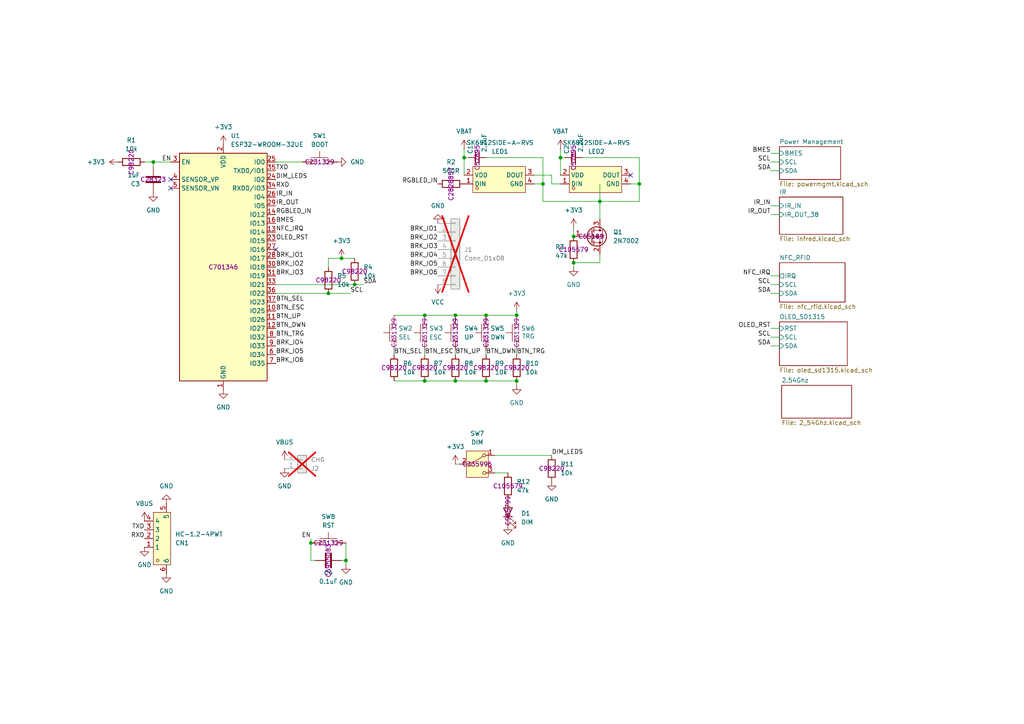
<source format=kicad_sch>
(kicad_sch (version 20250114) (generator "eeschema") (generator_version "9.0")
  (paper "A4")
  (lib_symbols
    (symbol "Connector_Generic:Conn_01x02" (pin_names (offset 1.016) (hide yes))
      (property "Reference" "J" (at 0 2.54 0))
      (property "Value" "Conn_01x02" (at 0 -5.08 0))
      (symbol "Conn_01x02_1_1"
        (rectangle (start -1.27 1.27) (end 1.27 -3.81) (stroke (width 0.254)) (fill (type background)))
        (rectangle (start -1.27 0.127) (end 0 -0.127) (stroke (width 0.1524)))
        (rectangle (start -1.27 -2.413) (end 0 -2.667) (stroke (width 0.1524)))
        (pin passive line (at -5.08 0 0) (length 3.81) (name "Pin_1") (number "1"))
        (pin passive line (at -5.08 -2.54 0) (length 3.81) (name "Pin_2") (number "2"))
      )
    )
    (symbol "Connector_Generic:Conn_01x08" (pin_names (offset 1.016) (hide yes))
      (property "Reference" "J" (at 0 10.16 0))
      (property "Value" "Conn_01x08" (at 0 -12.7 0))
      (symbol "Conn_01x08_1_1"
        (rectangle (start -1.27 8.89) (end 1.27 -11.43) (stroke (width 0.254)) (fill (type background)))
        (rectangle (start -1.27 7.747) (end 0 7.493) (stroke (width 0.1524)))
        (rectangle (start -1.27 5.207) (end 0 4.953) (stroke (width 0.1524)))
        (rectangle (start -1.27 2.667) (end 0 2.413) (stroke (width 0.1524)))
        (rectangle (start -1.27 0.127) (end 0 -0.127) (stroke (width 0.1524)))
        (rectangle (start -1.27 -2.413) (end 0 -2.667) (stroke (width 0.1524)))
        (rectangle (start -1.27 -4.953) (end 0 -5.207) (stroke (width 0.1524)))
        (rectangle (start -1.27 -7.493) (end 0 -7.747) (stroke (width 0.1524)))
        (rectangle (start -1.27 -10.033) (end 0 -10.287) (stroke (width 0.1524)))
        (pin passive line (at -5.08 7.62 0) (length 3.81) (name "Pin_1") (number "1"))
        (pin passive line (at -5.08 5.08 0) (length 3.81) (name "Pin_2") (number "2"))
        (pin passive line (at -5.08 2.54 0) (length 3.81) (name "Pin_3") (number "3"))
        (pin passive line (at -5.08 0 0) (length 3.81) (name "Pin_4") (number "4"))
        (pin passive line (at -5.08 -2.54 0) (length 3.81) (name "Pin_5") (number "5"))
        (pin passive line (at -5.08 -5.08 0) (length 3.81) (name "Pin_6") (number "6"))
        (pin passive line (at -5.08 -7.62 0) (length 3.81) (name "Pin_7") (number "7"))
        (pin passive line (at -5.08 -10.16 0) (length 3.81) (name "Pin_8") (number "8"))
      )
    )
    (symbol "Device:C" (pin_numbers (hide yes)) (pin_names (offset 0.254))
      (property "Reference" "C" (at 0.635 2.54 0))
      (property "Value" "C" (at 0.635 -2.54 0))
      (symbol "C_0_1"
        (polyline (pts (xy -2.032 0.762) (xy 2.032 0.762)) (stroke (width 0.508)))
        (polyline (pts (xy -2.032 -0.762) (xy 2.032 -0.762)) (stroke (width 0.508)))
      )
      (symbol "C_1_1"
        (pin passive line (at 0 3.81 270) (length 2.794) (name "~") (number "1"))
        (pin passive line (at 0 -3.81 90) (length 2.794) (name "~") (number "2"))
      )
    )
    (symbol "Device:C_Small" (pin_numbers (hide yes)) (pin_names (offset 0.254) (hide yes))
      (property "Reference" "C" (at 0.254 1.778 0))
      (property "Value" "C_Small" (at 0.254 -2.032 0))
      (symbol "C_Small_0_1"
        (polyline (pts (xy -1.524 0.508) (xy 1.524 0.508)) (stroke (width 0.3048)))
        (polyline (pts (xy -1.524 -0.508) (xy 1.524 -0.508)) (stroke (width 0.3302)))
      )
      (symbol "C_Small_1_1"
        (pin passive line (at 0 2.54 270) (length 2.032) (name "~") (number "1"))
        (pin passive line (at 0 -2.54 90) (length 2.032) (name "~") (number "2"))
      )
    )
    (symbol "Device:LED" (pin_numbers (hide yes)) (pin_names (offset 1.016) (hide yes))
      (property "Reference" "D" (at 0 2.54 0))
      (property "Value" "LED" (at 0 -2.54 0))
      (symbol "LED_0_1"
        (polyline (pts (xy -3.048 -0.762) (xy -4.572 -2.286) (xy -3.81 -2.286) (xy -4.572 -2.286) (xy -4.572 -1.524)))
        (polyline (pts (xy -1.778 -0.762) (xy -3.302 -2.286) (xy -2.54 -2.286) (xy -3.302 -2.286) (xy -3.302 -1.524)))
        (polyline (pts (xy -1.27 0) (xy 1.27 0)))
        (polyline (pts (xy -1.27 -1.27) (xy -1.27 1.27)) (stroke (width 0.254)))
        (polyline (pts (xy 1.27 -1.27) (xy 1.27 1.27) (xy -1.27 0) (xy 1.27 -1.27)) (stroke (width 0.254)))
      )
      (symbol "LED_1_1"
        (pin passive line (at -3.81 0 0) (length 2.54) (name "K") (number "1"))
        (pin passive line (at 3.81 0 180) (length 2.54) (name "A") (number "2"))
      )
    )
    (symbol "Device:R" (pin_numbers (hide yes)) (pin_names (offset 0))
      (property "Reference" "R" (at 2.032 0 90))
      (property "Value" "R" (at 0 0 90))
      (symbol "R_0_1"
        (rectangle (start -1.016 -2.54) (end 1.016 2.54) (stroke (width 0.254)))
      )
      (symbol "R_1_1"
        (pin passive line (at 0 3.81 270) (length 1.27) (name "~") (number "1"))
        (pin passive line (at 0 -3.81 90) (length 1.27) (name "~") (number "2"))
      )
    )
    (symbol "LCSC:HC-1.2-4PWT"
      (property "Reference" "CN" (at 0 15.24 0))
      (property "Value" "HC-1.2-4PWT" (at 0 -15.24 0))
      (symbol "HC-1.2-4PWT_0_1"
        (rectangle (start -1.27 7.62) (end 3.81 -7.62) (fill (type background)))
        (circle (center 0 6.35) (radius 0.38))
        (pin unspecified line (at -3.81 2.54 0) (length 2.54) (name "1") (number "1"))
        (pin unspecified line (at -3.81 0 0) (length 2.54) (name "2") (number "2"))
        (pin unspecified line (at -3.81 -2.54 0) (length 2.54) (name "3") (number "3"))
        (pin unspecified line (at -3.81 -5.08 0) (length 2.54) (name "4") (number "4"))
        (pin unspecified line (at 2.54 10.16 270) (length 2.54) (name "6") (number "6"))
        (pin unspecified line (at 2.54 -10.16 90) (length 2.54) (name "5") (number "5"))
      )
    )
    (symbol "LCSC:SK6812SIDE-A-RVS"
      (property "Reference" "LED" (at 0 6.35 0))
      (property "Value" "SK6812SIDE-A-RVS" (at 0 -6.35 0))
      (symbol "SK6812SIDE-A-RVS_0_1"
        (rectangle (start -7.62 3.81) (end 7.62 -3.81) (fill (type background)))
        (circle (center -6.35 2.54) (radius 0.38))
        (pin unspecified line (at -10.16 1.27 0) (length 2.54) (name "DIN") (number "1"))
        (pin unspecified line (at -10.16 -1.27 0) (length 2.54) (name "VDD") (number "2"))
        (pin unspecified line (at 10.16 1.27 180) (length 2.54) (name "GND") (number "4"))
        (pin unspecified line (at 10.16 -1.27 180) (length 2.54) (name "DOUT") (number "3"))
      )
    )
    (symbol "RF_Module:ESP32-WROOM-32UE"
      (property "Reference" "U" (at -12.7 34.29 0))
      (property "Value" "ESP32-WROOM-32UE" (at 1.27 34.29 0))
      (symbol "ESP32-WROOM-32UE_0_1"
        (rectangle (start -12.7 33.02) (end 12.7 -33.02) (stroke (width 0.254)) (fill (type background)))
      )
      (symbol "ESP32-WROOM-32UE_1_1"
        (pin input line (at -15.24 30.48 0) (length 2.54) (name "EN") (number "3"))
        (pin input line (at -15.24 25.4 0) (length 2.54) (name "SENSOR_VP") (number "4"))
        (pin input line (at -15.24 22.86 0) (length 2.54) (name "SENSOR_VN") (number "5"))
        (pin no_connect line (at -12.7 0 0) (length 2.54) (hide yes) (name "NC") (number "21"))
        (pin no_connect line (at -12.7 -2.54 0) (length 2.54) (hide yes) (name "NC") (number "22"))
        (pin no_connect line (at -12.7 -5.08 0) (length 2.54) (hide yes) (name "NC") (number "17"))
        (pin no_connect line (at -12.7 -7.62 0) (length 2.54) (hide yes) (name "NC") (number "18"))
        (pin no_connect line (at -12.7 -10.16 0) (length 2.54) (hide yes) (name "NC") (number "20"))
        (pin no_connect line (at -12.7 -12.7 0) (length 2.54) (hide yes) (name "NC") (number "19"))
        (pin no_connect line (at -12.7 -27.94 0) (length 2.54) (hide yes) (name "NC") (number "32"))
        (pin power_in line (at 0 35.56 270) (length 2.54) (name "VDD") (number "2"))
        (pin power_in line (at 0 -35.56 90) (length 2.54) (name "GND") (number "1"))
        (pin passive line (at 0 -35.56 90) (length 2.54) (hide yes) (name "GND") (number "15"))
        (pin passive line (at 0 -35.56 90) (length 2.54) (hide yes) (name "GND") (number "38"))
        (pin passive line (at 0 -35.56 90) (length 2.54) (hide yes) (name "GND") (number "39"))
        (pin bidirectional line (at 15.24 30.48 180) (length 2.54) (name "IO0") (number "25"))
        (pin bidirectional line (at 15.24 27.94 180) (length 2.54) (name "TXD0/IO1") (number "35"))
        (pin bidirectional line (at 15.24 25.4 180) (length 2.54) (name "IO2") (number "24"))
        (pin bidirectional line (at 15.24 22.86 180) (length 2.54) (name "RXD0/IO3") (number "34"))
        (pin bidirectional line (at 15.24 20.32 180) (length 2.54) (name "IO4") (number "26"))
        (pin bidirectional line (at 15.24 17.78 180) (length 2.54) (name "IO5") (number "29"))
        (pin bidirectional line (at 15.24 15.24 180) (length 2.54) (name "IO12") (number "14"))
        (pin bidirectional line (at 15.24 12.7 180) (length 2.54) (name "IO13") (number "16"))
        (pin bidirectional line (at 15.24 10.16 180) (length 2.54) (name "IO14") (number "13"))
        (pin bidirectional line (at 15.24 7.62 180) (length 2.54) (name "IO15") (number "23"))
        (pin bidirectional line (at 15.24 5.08 180) (length 2.54) (name "IO16") (number "27"))
        (pin bidirectional line (at 15.24 2.54 180) (length 2.54) (name "IO17") (number "28"))
        (pin bidirectional line (at 15.24 0 180) (length 2.54) (name "IO18") (number "30"))
        (pin bidirectional line (at 15.24 -2.54 180) (length 2.54) (name "IO19") (number "31"))
        (pin bidirectional line (at 15.24 -5.08 180) (length 2.54) (name "IO21") (number "33"))
        (pin bidirectional line (at 15.24 -7.62 180) (length 2.54) (name "IO22") (number "36"))
        (pin bidirectional line (at 15.24 -10.16 180) (length 2.54) (name "IO23") (number "37"))
        (pin bidirectional line (at 15.24 -12.7 180) (length 2.54) (name "IO25") (number "10"))
        (pin bidirectional line (at 15.24 -15.24 180) (length 2.54) (name "IO26") (number "11"))
        (pin bidirectional line (at 15.24 -17.78 180) (length 2.54) (name "IO27") (number "12"))
        (pin bidirectional line (at 15.24 -20.32 180) (length 2.54) (name "IO32") (number "8"))
        (pin bidirectional line (at 15.24 -22.86 180) (length 2.54) (name "IO33") (number "9"))
        (pin input line (at 15.24 -25.4 180) (length 2.54) (name "IO34") (number "6"))
        (pin input line (at 15.24 -27.94 180) (length 2.54) (name "IO35") (number "7"))
      )
    )
    (symbol "Switch:SW_Push" (pin_numbers (hide yes)) (pin_names (offset 1.016) (hide yes))
      (property "Reference" "SW" (at 1.27 2.54 0))
      (property "Value" "SW_Push" (at 0 -1.524 0))
      (symbol "SW_Push_0_1"
        (circle (center -2.032 0) (radius 0.508))
        (polyline (pts (xy 0 1.27) (xy 0 3.048)))
        (circle (center 2.032 0) (radius 0.508))
        (polyline (pts (xy 2.54 1.27) (xy -2.54 1.27)))
        (pin passive line (at -5.08 0 0) (length 2.54) (name "1") (number "1"))
        (pin passive line (at 5.08 0 180) (length 2.54) (name "2") (number "2"))
      )
    )
    (symbol "Switch:SW_SPDT" (pin_names (offset 0) (hide yes))
      (property "Reference" "SW" (at 0 5.08 0))
      (property "Value" "SW_SPDT" (at 0 -5.08 0))
      (symbol "SW_SPDT_0_1"
        (circle (center -2.032 0) (radius 0.4572))
        (polyline (pts (xy -1.651 0.254) (xy 1.651 2.286)))
        (circle (center 2.032 2.54) (radius 0.4572))
        (circle (center 2.032 -2.54) (radius 0.4572))
      )
      (symbol "SW_SPDT_1_1"
        (rectangle (start -3.175 3.81) (end 3.175 -3.81) (fill (type background)))
        (pin passive line (at -5.08 0 0) (length 2.54) (name "B") (number "2"))
        (pin passive line (at 5.08 2.54 180) (length 2.54) (name "A") (number "1"))
        (pin passive line (at 5.08 -2.54 180) (length 2.54) (name "C") (number "3"))
      )
    )
    (symbol "Transistor_FET:2N7002" (pin_names (hide yes))
      (property "Reference" "Q" (at 5.08 1.905 0))
      (property "Value" "2N7002" (at 5.08 0 0))
      (symbol "2N7002_0_1"
        (polyline (pts (xy 0.254 1.905) (xy 0.254 -1.905)) (stroke (width 0.254)))
        (polyline (pts (xy 0.254 0) (xy -2.54 0)))
        (polyline (pts (xy 0.762 2.286) (xy 0.762 1.27)) (stroke (width 0.254)))
        (polyline (pts (xy 0.762 0.508) (xy 0.762 -0.508)) (stroke (width 0.254)))
        (polyline (pts (xy 0.762 -1.27) (xy 0.762 -2.286)) (stroke (width 0.254)))
        (polyline (pts (xy 0.762 -1.778) (xy 3.302 -1.778) (xy 3.302 1.778) (xy 0.762 1.778)))
        (polyline (pts (xy 1.016 0) (xy 2.032 0.381) (xy 2.032 -0.381) (xy 1.016 0)) (fill (type outline)))
        (circle (center 1.651 0) (radius 2.794) (stroke (width 0.254)))
        (polyline (pts (xy 2.54 2.54) (xy 2.54 1.778)))
        (circle (center 2.54 1.778) (radius 0.254) (fill (type outline)))
        (circle (center 2.54 -1.778) (radius 0.254) (fill (type outline)))
        (polyline (pts (xy 2.54 -2.54) (xy 2.54 0) (xy 0.762 0)))
        (polyline (pts (xy 2.794 0.508) (xy 2.921 0.381) (xy 3.683 0.381) (xy 3.81 0.254)))
        (polyline (pts (xy 3.302 0.381) (xy 2.921 -0.254) (xy 3.683 -0.254) (xy 3.302 0.381)))
      )
      (symbol "2N7002_1_1"
        (pin input line (at -5.08 0 0) (length 2.54) (name "G") (number "1"))
        (pin passive line (at 2.54 5.08 270) (length 2.54) (name "D") (number "3"))
        (pin passive line (at 2.54 -5.08 90) (length 2.54) (name "S") (number "2"))
      )
    )
    (symbol "power:+3V3" (power) (pin_numbers (hide yes)) (pin_names (offset 0) (hide yes))
      (property "Value" "+3V3" (at 0 3.556 0))
      (symbol "+3V3_0_1"
        (polyline (pts (xy -0.762 1.27) (xy 0 2.54)))
        (polyline (pts (xy 0 2.54) (xy 0.762 1.27)))
        (polyline (pts (xy 0 0) (xy 0 2.54)))
      )
      (symbol "+3V3_1_1"
        (pin power_in line (at 0 0 90) (length 0) (name "~") (number "1"))
      )
    )
    (symbol "power:GND" (power) (pin_numbers (hide yes)) (pin_names (offset 0) (hide yes))
      (property "Value" "GND" (at 0 -3.81 0))
      (symbol "GND_0_1"
        (polyline (pts (xy 0 0) (xy 0 -1.27) (xy 1.27 -1.27) (xy 0 -2.54) (xy -1.27 -1.27) (xy 0 -1.27)))
      )
      (symbol "GND_1_1"
        (pin power_in line (at 0 0 270) (length 0) (name "~") (number "1"))
      )
    )
    (symbol "power:VCC" (power) (pin_numbers (hide yes)) (pin_names (offset 0) (hide yes))
      (property "Value" "VCC" (at 0 3.556 0))
      (symbol "VCC_0_1"
        (polyline (pts (xy -0.762 1.27) (xy 0 2.54)))
        (polyline (pts (xy 0 2.54) (xy 0.762 1.27)))
        (polyline (pts (xy 0 0) (xy 0 2.54)))
      )
      (symbol "VCC_1_1"
        (pin power_in line (at 0 0 90) (length 0) (name "~") (number "1"))
      )
    )
  )
  (junction (at 166.37 76.2))
  (junction (at 140.97 110.49))
  (junction (at 100.33 162.56))
  (junction (at 162.56 45.72))
  (junction (at 123.19 110.49))
  (junction (at 132.08 91.44))
  (junction (at 99.06 74.93))
  (junction (at 173.99 58.42))
  (junction (at 185.42 53.34))
  (junction (at 149.86 110.49))
  (junction (at 140.97 91.44))
  (junction (at 166.37 68.58))
  (junction (at 90.17 157.48))
  (junction (at 123.19 91.44))
  (junction (at 157.48 53.34))
  (junction (at 132.08 110.49))
  (junction (at 44.45 46.99))
  (junction (at 134.62 45.72))
  (junction (at 102.87 82.55))
  (junction (at 95.25 85.09))
  (junction (at 149.86 91.44))
  (no_connect (at 49.53 52.07))
  (no_connect (at 182.88 50.8))
  (no_connect (at 49.53 54.61))
  (no_connect (at 80.01 72.39))
  (wire (pts (xy 132.08 91.44) (xy 140.97 91.44)))
  (wire (pts (xy 134.62 43.18) (xy 134.62 45.72)))
  (wire (pts (xy 223.52 46.99) (xy 226.06 46.99)))
  (wire (pts (xy 168.91 45.72) (xy 185.42 45.72)))
  (wire (pts (xy 185.42 53.34) (xy 182.88 53.34)))
  (wire (pts (xy 95.25 74.93) (xy 99.06 74.93)))
  (wire (pts (xy 173.99 58.42) (xy 173.99 63.5)))
  (wire (pts (xy 154.94 50.8) (xy 160.02 50.8)))
  (wire (pts (xy 223.52 82.55) (xy 226.06 82.55)))
  (wire (pts (xy 44.45 46.99) (xy 49.53 46.99)))
  (wire (pts (xy 99.06 162.56) (xy 100.33 162.56)))
  (wire (pts (xy 173.99 58.42) (xy 185.42 58.42)))
  (wire (pts (xy 223.52 49.53) (xy 226.06 49.53)))
  (wire (pts (xy 223.52 80.01) (xy 226.06 80.01)))
  (wire (pts (xy 160.02 53.34) (xy 162.56 53.34)))
  (wire (pts (xy 154.94 53.34) (xy 157.48 53.34)))
  (wire (pts (xy 135.89 45.72) (xy 134.62 45.72)))
  (wire (pts (xy 223.52 44.45) (xy 226.06 44.45)))
  (wire (pts (xy 166.37 76.2) (xy 173.99 76.2)))
  (wire (pts (xy 90.17 162.56) (xy 91.44 162.56)))
  (wire (pts (xy 114.3 110.49) (xy 123.19 110.49)))
  (wire (pts (xy 140.97 45.72) (xy 157.48 45.72)))
  (wire (pts (xy 140.97 110.49) (xy 149.86 110.49)))
  (wire (pts (xy 185.42 45.72) (xy 185.42 53.34)))
  (wire (pts (xy 166.37 77.47) (xy 166.37 76.2)))
  (wire (pts (xy 102.87 82.55) (xy 105.41 82.55)))
  (wire (pts (xy 114.3 91.44) (xy 123.19 91.44)))
  (wire (pts (xy 223.52 62.23) (xy 226.06 62.23)))
  (wire (pts (xy 114.3 101.6) (xy 114.3 102.87)))
  (wire (pts (xy 100.33 162.56) (xy 100.33 163.83)))
  (wire (pts (xy 185.42 58.42) (xy 185.42 53.34)))
  (wire (pts (xy 143.51 132.08) (xy 160.02 132.08)))
  (wire (pts (xy 132.08 134.62) (xy 133.35 134.62)))
  (wire (pts (xy 157.48 45.72) (xy 157.48 53.34)))
  (wire (pts (xy 123.19 91.44) (xy 132.08 91.44)))
  (wire (pts (xy 143.51 137.16) (xy 147.32 137.16)))
  (wire (pts (xy 123.19 110.49) (xy 132.08 110.49)))
  (wire (pts (xy 90.17 157.48) (xy 90.17 162.56)))
  (wire (pts (xy 95.25 77.47) (xy 95.25 74.93)))
  (wire (pts (xy 80.01 46.99) (xy 87.63 46.99)))
  (wire (pts (xy 149.86 101.6) (xy 149.86 102.87)))
  (wire (pts (xy 80.01 85.09) (xy 95.25 85.09)))
  (wire (pts (xy 160.02 50.8) (xy 160.02 53.34)))
  (wire (pts (xy 166.37 66.04) (xy 166.37 68.58)))
  (wire (pts (xy 44.45 48.26) (xy 44.45 46.99)))
  (wire (pts (xy 162.56 45.72) (xy 162.56 50.8)))
  (wire (pts (xy 223.52 97.79) (xy 226.06 97.79)))
  (wire (pts (xy 223.52 100.33) (xy 226.06 100.33)))
  (wire (pts (xy 134.62 45.72) (xy 134.62 50.8)))
  (wire (pts (xy 162.56 43.18) (xy 162.56 45.72)))
  (wire (pts (xy 100.33 162.56) (xy 100.33 157.48)))
  (wire (pts (xy 173.99 53.34) (xy 173.99 58.42)))
  (wire (pts (xy 223.52 95.25) (xy 226.06 95.25)))
  (wire (pts (xy 149.86 110.49) (xy 149.86 111.76)))
  (wire (pts (xy 149.86 90.17) (xy 149.86 91.44)))
  (wire (pts (xy 95.25 85.09) (xy 101.6 85.09)))
  (wire (pts (xy 223.52 85.09) (xy 226.06 85.09)))
  (wire (pts (xy 157.48 58.42) (xy 173.99 58.42)))
  (wire (pts (xy 99.06 74.93) (xy 102.87 74.93)))
  (wire (pts (xy 123.19 101.6) (xy 123.19 102.87)))
  (wire (pts (xy 132.08 101.6) (xy 132.08 102.87)))
  (wire (pts (xy 223.52 59.69) (xy 226.06 59.69)))
  (wire (pts (xy 90.17 156.21) (xy 90.17 157.48)))
  (wire (pts (xy 140.97 101.6) (xy 140.97 102.87)))
  (wire (pts (xy 157.48 53.34) (xy 157.48 58.42)))
  (wire (pts (xy 80.01 82.55) (xy 102.87 82.55)))
  (wire (pts (xy 132.08 110.49) (xy 140.97 110.49)))
  (wire (pts (xy 140.97 91.44) (xy 149.86 91.44)))
  (wire (pts (xy 162.56 45.72) (xy 163.83 45.72)))
  (wire (pts (xy 173.99 76.2) (xy 173.99 73.66)))
  (wire (pts (xy 41.91 46.99) (xy 44.45 46.99)))
  (label "DIM_LEDS" (at 80.01 52.07 0))
  (label "BRK_IO1" (at 127 67.31 180))
  (label "BMES" (at 80.01 64.77 0))
  (label "SDA" (at 223.52 49.53 180))
  (label "IR_OUT" (at 223.52 62.23 180))
  (label "SDA" (at 223.52 85.09 180))
  (label "BTN_DWN" (at 80.01 95.25 0))
  (label "BTN_ESC" (at 80.01 90.17 0))
  (label "BRK_IO1" (at 80.01 74.93 0))
  (label "RXD" (at 41.91 156.21 180))
  (label "BMES" (at 223.52 44.45 180))
  (label "BRK_IO3" (at 80.01 80.01 0))
  (label "EN" (at 90.17 156.21 180))
  (label "NFC_IRQ" (at 80.01 67.31 0))
  (label "BRK_IO5" (at 80.01 102.87 0))
  (label "BTN_TRG" (at 80.01 97.79 0))
  (label "BTN_DWN" (at 140.97 102.87 0))
  (label "SCL" (at 223.52 82.55 180))
  (label "TXD" (at 41.91 153.67 180))
  (label "BTN_UP" (at 80.01 92.71 0))
  (label "BTN_SEL" (at 114.3 102.87 0))
  (label "RGBLED_IN" (at 80.01 62.23 0))
  (label "BRK_IO2" (at 80.01 77.47 0))
  (label "OLED_RST" (at 223.52 95.25 180))
  (label "SCL" (at 101.6 85.09 0))
  (label "RXD" (at 80.01 54.61 0))
  (label "IR_IN" (at 80.01 57.15 0))
  (label "BTN_TRG" (at 149.86 102.87 0))
  (label "IR_IN" (at 223.52 59.69 180))
  (label "SCL" (at 223.52 46.99 180))
  (label "DIM_LEDS" (at 160.02 132.08 0))
  (label "IR_OUT" (at 80.01 59.69 0))
  (label "EN" (at 46.99 46.99 0))
  (label "OLED_RST" (at 80.01 69.85 0))
  (label "BRK_IO2" (at 127 69.85 180))
  (label "BRK_IO6" (at 127 80.01 180))
  (label "SDA" (at 223.52 100.33 180))
  (label "RGBLED_IN" (at 127 53.34 180))
  (label "SCL" (at 223.52 97.79 180))
  (label "BTN_UP" (at 132.08 102.87 0))
  (label "BRK_IO5" (at 127 77.47 180))
  (label "BTN_SEL" (at 80.01 87.63 0))
  (label "BRK_IO4" (at 80.01 100.33 0))
  (label "BRK_IO4" (at 127 74.93 180))
  (label "BRK_IO6" (at 80.01 105.41 0))
  (label "BRK_IO3" (at 127 72.39 180))
  (label "SDA" (at 105.41 82.55 0))
  (label "TXD" (at 80.01 49.53 0))
  (label "BTN_ESC" (at 123.19 102.87 0))
  (label "NFC_IRQ" (at 223.52 80.01 180))
  (symbol (lib_id "power:GND") (at 41.91 158.75 0) (unit 1)
    (property "Reference" "#PWR022" (effects (hide yes)))
    (property "Value" "GND" (at 41.91 163.83 0))
    (property "Description" "Power symbol creates a global label with name \"GND\" , ground" (effects (hide yes)))
  )
  (symbol (lib_id "Switch:SW_SPDT") (at 138.43 134.62 0) (unit 1)
    (property "Reference" "SW7" (at 138.43 125.73 0))
    (property "Value" "DIM" (at 138.43 128.27 0))
    (property "Footprint" "LCSC:SW-SMD_SSAL120100" (effects (hide yes)))
    (property "Description" "Switch, single pole double throw" (effects (hide yes)))
    (property "LCSC Part" "C335996" (at 138.43 134.62 0))
  )
  (symbol (lib_id "power:GND") (at 97.79 46.99 90) (unit 1)
    (property "Reference" "#PWR05" (effects (hide yes)))
    (property "Value" "GND" (at 101.6 46.9899 90) (effects (justify right)))
    (property "Description" "Power symbol creates a global label with name \"GND\" , ground" (effects (hide yes)))
  )
  (symbol (lib_id "Connector_Generic:Conn_01x02") (at 87.63 135.89 0) (mirror x) (unit 1) (in_bom no) (dnp yes)
    (property "Reference" "J2" (at 90.17 135.8901 0) (effects (justify left)))
    (property "Value" "CHG" (at 90.17 133.3501 0) (effects (justify left)))
    (property "Footprint" "Connector_PinHeader_2.54mm:PinHeader_1x02_P2.54mm_Vertical" (effects (hide yes)))
    (property "Description" "Generic connector, single row, 01x02, script generated (kicad-library-utils/schlib/autogen/connector/)" (effects (hide yes)))
  )
  (symbol (lib_id "power:GND") (at 149.86 111.76 0) (unit 1)
    (property "Reference" "#PWR013" (effects (hide yes)))
    (property "Value" "GND" (at 149.86 116.84 0))
    (property "Description" "Power symbol creates a global label with name \"GND\" , ground" (effects (hide yes)))
  )
  (symbol (lib_id "Connector_Generic:Conn_01x08") (at 132.08 72.39 0) (unit 1) (in_bom no) (dnp yes)
    (property "Reference" "J1" (at 134.62 72.3899 0) (effects (justify left)))
    (property "Value" "Conn_01x08" (at 134.62 74.9299 0) (effects (justify left)))
    (property "Footprint" "Connector_PinHeader_2.00mm:PinHeader_1x08_P2.00mm_Vertical" (effects (hide yes)))
    (property "Description" "Generic connector, single row, 01x08, script generated (kicad-library-utils/schlib/autogen/connector/)" (effects (hide yes)))
  )
  (symbol (lib_id "power:GND") (at 127 64.77 180) (unit 1)
    (property "Reference" "#PWR07" (effects (hide yes)))
    (property "Value" "GND" (at 127 59.69 0))
    (property "Description" "Power symbol creates a global label with name \"GND\" , ground" (effects (hide yes)))
  )
  (symbol (lib_id "Device:R") (at 38.1 46.99 90) (unit 1)
    (property "Reference" "R1" (at 38.1 40.64 90))
    (property "Value" "10k" (at 38.1 43.18 90))
    (property "Footprint" "Resistor_SMD:R_0603_1608Metric" (effects (hide yes)))
    (property "Description" "Resistor" (effects (hide yes)))
    (property "LCSC Part" "C98220" (at 38.1 46.99 0))
  )
  (symbol (lib_id "Device:R") (at 95.25 81.28 180) (unit 1)
    (property "Reference" "R5" (at 97.79 80.0099 0) (effects (justify right)))
    (property "Value" "10k" (at 97.79 82.5499 0) (effects (justify right)))
    (property "Footprint" "Resistor_SMD:R_0603_1608Metric" (effects (hide yes)))
    (property "Description" "Resistor" (effects (hide yes)))
    (property "LCSC Part" "C98220" (at 95.25 81.28 0))
  )
  (symbol (lib_id "Device:R") (at 123.19 106.68 180) (unit 1)
    (property "Reference" "R7" (at 125.73 105.4099 0) (effects (justify right)))
    (property "Value" "10k" (at 125.73 107.9499 0) (effects (justify right)))
    (property "Footprint" "Resistor_SMD:R_0603_1608Metric" (effects (hide yes)))
    (property "Description" "Resistor" (effects (hide yes)))
    (property "LCSC Part" "C98220" (at 123.19 106.68 0))
  )
  (symbol (lib_id "Switch:SW_Push") (at 123.19 96.52 90) (unit 1)
    (property "Reference" "SW3" (at 124.46 95.2499 90) (effects (justify right)))
    (property "Value" "ESC" (at 124.46 97.7899 90) (effects (justify right)))
    (property "Footprint" "LCSC:KEY-SMD_B3U-1000PM" (effects (hide yes)))
    (property "Description" "Push button switch, generic, two pins" (effects (hide yes)))
    (property "LCSC Part" "C231329" (at 123.19 96.52 0))
  )
  (symbol (lib_id "power:VCC") (at 162.56 43.18 0) (unit 1)
    (property "Reference" "#PWR03" (effects (hide yes)))
    (property "Value" "VBAT" (at 162.56 38.1 0))
    (property "Description" "Power symbol creates a global label with name \"VCC\"" (effects (hide yes)))
  )
  (symbol (lib_id "power:VCC") (at 134.62 43.18 0) (unit 1)
    (property "Reference" "#PWR02" (effects (hide yes)))
    (property "Value" "VBAT" (at 134.62 38.1 0))
    (property "Description" "Power symbol creates a global label with name \"VCC\"" (effects (hide yes)))
  )
  (symbol (lib_id "Transistor_FET:2N7002") (at 171.45 68.58 0) (unit 1)
    (property "Reference" "Q1" (at 177.8 67.3099 0) (effects (justify left)))
    (property "Value" "2N7002" (at 177.8 69.8499 0) (effects (justify left)))
    (property "Footprint" "Package_TO_SOT_SMD:SOT-23" (effects (hide yes)))
    (property "Datasheet" "https://www.onsemi.com/pub/Collateral/NDS7002A-D.PDF" (effects (hide yes)))
    (property "Description" "0.115A Id, 60V Vds, N-Channel MOSFET, SOT-23" (effects (hide yes)))
    (property "LCSC Part" "C65189" (at 171.45 68.58 0))
  )
  (symbol (lib_id "Device:R") (at 147.32 140.97 0) (unit 1)
    (property "Reference" "R12" (at 149.86 139.6999 0) (effects (justify left)))
    (property "Value" "47k" (at 149.86 142.2399 0) (effects (justify left)))
    (property "Footprint" "Resistor_SMD:R_0603_1608Metric" (effects (hide yes)))
    (property "Description" "Resistor" (effects (hide yes)))
    (property "LCSC Part" "C105579" (at 147.32 140.97 0))
  )
  (symbol (lib_id "power:GND") (at 48.26 166.37 0) (unit 1)
    (property "Reference" "#PWR024" (effects (hide yes)))
    (property "Value" "GND" (at 48.26 171.45 0))
    (property "Description" "Power symbol creates a global label with name \"GND\" , ground" (effects (hide yes)))
  )
  (symbol (lib_id "power:GND") (at 48.26 146.05 180) (unit 1)
    (property "Reference" "#PWR019" (effects (hide yes)))
    (property "Value" "GND" (at 48.26 140.97 0))
    (property "Description" "Power symbol creates a global label with name \"GND\" , ground" (effects (hide yes)))
  )
  (symbol (lib_id "power:GND") (at 147.32 152.4 0) (unit 1)
    (property "Reference" "#PWR021" (effects (hide yes)))
    (property "Value" "GND" (at 147.32 157.48 0))
    (property "Description" "Power symbol creates a global label with name \"GND\" , ground" (effects (hide yes)))
  )
  (symbol (lib_id "Device:R") (at 166.37 72.39 180) (unit 1)
    (property "Reference" "R3" (at 161.036 71.628 0) (effects (justify right)))
    (property "Value" "47k" (at 161.036 74.168 0) (effects (justify right)))
    (property "Footprint" "Resistor_SMD:R_0603_1608Metric" (effects (hide yes)))
    (property "Description" "Resistor" (effects (hide yes)))
    (property "LCSC Part" "C105579" (at 166.37 72.39 0))
  )
  (symbol (lib_id "Switch:SW_Push") (at 92.71 46.99 0) (unit 1)
    (property "Reference" "SW1" (at 92.71 39.37 0))
    (property "Value" "BOOT" (at 92.71 41.91 0))
    (property "Footprint" "LCSC:KEY-SMD_B3U-1000PM" (effects (hide yes)))
    (property "Description" "Push button switch, generic, two pins" (effects (hide yes)))
    (property "LCSC Part" "C231329" (at 92.71 46.99 0))
  )
  (symbol (lib_id "Switch:SW_Push") (at 132.08 96.52 90) (unit 1)
    (property "Reference" "SW4" (at 134.62 95.2499 90) (effects (justify right)))
    (property "Value" "UP" (at 134.62 97.7899 90) (effects (justify right)))
    (property "Footprint" "LCSC:KEY-SMD_B3U-1000PM" (effects (hide yes)))
    (property "Description" "Push button switch, generic, two pins" (effects (hide yes)))
    (property "LCSC Part" "C231329" (at 132.08 96.52 0))
  )
  (symbol (lib_id "power:+3V3") (at 166.37 66.04 0) (unit 1)
    (property "Reference" "#PWR08" (effects (hide yes)))
    (property "Value" "+3V3" (at 166.37 60.96 0))
    (property "Description" "Power symbol creates a global label with name \"+3V3\"" (effects (hide yes)))
  )
  (symbol (lib_id "Device:R") (at 130.81 53.34 90) (unit 1)
    (property "Reference" "R2" (at 130.81 46.99 90))
    (property "Value" "500R" (at 130.81 49.53 90))
    (property "Footprint" "Resistor_SMD:R_0805_2012Metric" (effects (hide yes)))
    (property "Description" "Resistor" (effects (hide yes)))
    (property "LCSC Part" "C2828857" (at 130.81 53.34 0))
  )
  (symbol (lib_id "power:+3V3") (at 34.29 46.99 90) (unit 1)
    (property "Reference" "#PWR04" (effects (hide yes)))
    (property "Value" "+3V3" (at 30.48 46.9899 90) (effects (justify left)))
    (property "Description" "Power symbol creates a global label with name \"+3V3\"" (effects (hide yes)))
  )
  (symbol (lib_id "power:GND") (at 166.37 77.47 0) (unit 1)
    (property "Reference" "#PWR010" (effects (hide yes)))
    (property "Value" "GND" (at 166.37 82.55 0))
    (property "Description" "Power symbol creates a global label with name \"GND\" , ground" (effects (hide yes)))
  )
  (symbol (lib_id "Switch:SW_Push") (at 114.3 96.52 90) (unit 1)
    (property "Reference" "SW2" (at 115.57 95.2499 90) (effects (justify right)))
    (property "Value" "SEL" (at 115.57 97.7899 90) (effects (justify right)))
    (property "Footprint" "LCSC:KEY-SMD_B3U-1000PM" (effects (hide yes)))
    (property "Description" "Push button switch, generic, two pins" (effects (hide yes)))
    (property "LCSC Part" "C231329" (at 114.3 96.52 0))
  )
  (symbol (lib_id "Device:R") (at 114.3 106.68 180) (unit 1)
    (property "Reference" "R6" (at 116.84 105.4099 0) (effects (justify right)))
    (property "Value" "10k" (at 116.84 107.9499 0) (effects (justify right)))
    (property "Footprint" "Resistor_SMD:R_0603_1608Metric" (effects (hide yes)))
    (property "Description" "Resistor" (effects (hide yes)))
    (property "LCSC Part" "C98220" (at 114.3 106.68 0))
  )
  (symbol (lib_id "Switch:SW_Push") (at 140.97 96.52 90) (unit 1)
    (property "Reference" "SW5" (at 142.24 95.2499 90) (effects (justify right)))
    (property "Value" "DWN" (at 142.24 97.7899 90) (effects (justify right)))
    (property "Footprint" "LCSC:KEY-SMD_B3U-1000PM" (effects (hide yes)))
    (property "Description" "Push button switch, generic, two pins" (effects (hide yes)))
    (property "LCSC Part" "C231329" (at 140.97 96.52 0))
  )
  (symbol (lib_id "Device:R") (at 140.97 106.68 180) (unit 1)
    (property "Reference" "R9" (at 143.51 105.4099 0) (effects (justify right)))
    (property "Value" "10k" (at 143.51 107.9499 0) (effects (justify right)))
    (property "Footprint" "Resistor_SMD:R_0603_1608Metric" (effects (hide yes)))
    (property "Description" "Resistor" (effects (hide yes)))
    (property "LCSC Part" "C98220" (at 140.97 106.68 0))
  )
  (symbol (lib_id "LCSC:SK6812SIDE-A-RVS") (at 144.78 52.07 0) (mirror x) (unit 1)
    (property "Reference" "LED1" (at 145.034 43.942 0))
    (property "Value" "SK6812SIDE-A-RVS" (at 145.034 41.402 0))
    (property "Footprint" "LCSC:LED-SMD_4P-L4.0-W1.6-L" (effects (hide yes)))
    (property "LCSC Part" "C2890037" (effects (hide yes)))
  )
  (symbol (lib_id "power:GND") (at 44.45 55.88 0) (unit 1)
    (property "Reference" "#PWR06" (effects (hide yes)))
    (property "Value" "GND" (at 44.45 60.96 0))
    (property "Description" "Power symbol creates a global label with name \"GND\" , ground" (effects (hide yes)))
  )
  (symbol (lib_id "power:+3V3") (at 64.77 41.91 0) (unit 1)
    (property "Reference" "#PWR01" (effects (hide yes)))
    (property "Value" "+3V3" (at 64.77 36.83 0))
    (property "Description" "Power symbol creates a global label with name \"+3V3\"" (effects (hide yes)))
  )
  (symbol (lib_id "power:GND") (at 82.55 135.89 0) (unit 1)
    (property "Reference" "#PWR017" (effects (hide yes)))
    (property "Value" "GND" (at 82.55 140.97 0))
    (property "Description" "Power symbol creates a global label with name \"GND\" , ground" (effects (hide yes)))
  )
  (symbol (lib_id "power:GND") (at 160.02 139.7 0) (unit 1)
    (property "Reference" "#PWR018" (effects (hide yes)))
    (property "Value" "GND" (at 160.02 144.78 0))
    (property "Description" "Power symbol creates a global label with name \"GND\" , ground" (effects (hide yes)))
  )
  (symbol (lib_id "power:GND") (at 100.33 163.83 0) (unit 1)
    (property "Reference" "#PWR023" (effects (hide yes)))
    (property "Value" "GND" (at 100.33 168.91 0))
    (property "Description" "Power symbol creates a global label with name \"GND\" , ground" (effects (hide yes)))
  )
  (symbol (lib_id "LCSC:HC-1.2-4PWT") (at 45.72 156.21 0) (mirror x) (unit 1)
    (property "Reference" "CN1" (at 50.8 157.4801 0) (effects (justify left)))
    (property "Value" "HC-1.2-4PWT" (at 50.8 154.9401 0) (effects (justify left)))
    (property "Footprint" "LCSC:CONN-SMD_4P-P1.20_HCTL_HC-1.2-4PWT" (effects (hide yes)))
    (property "LCSC Part" "C2997427" (effects (hide yes)))
  )
  (symbol (lib_id "Device:R") (at 132.08 106.68 180) (unit 1)
    (property "Reference" "R8" (at 134.62 105.4099 0) (effects (justify right)))
    (property "Value" "10k" (at 134.62 107.9499 0) (effects (justify right)))
    (property "Footprint" "Resistor_SMD:R_0603_1608Metric" (effects (hide yes)))
    (property "Description" "Resistor" (effects (hide yes)))
    (property "LCSC Part" "C98220" (at 132.08 106.68 0))
  )
  (symbol (lib_id "power:GND") (at 64.77 113.03 0) (unit 1)
    (property "Reference" "#PWR014" (effects (hide yes)))
    (property "Value" "GND" (at 64.77 118.11 0))
    (property "Description" "Power symbol creates a global label with name \"GND\" , ground" (effects (hide yes)))
  )
  (symbol (lib_id "LCSC:SK6812SIDE-A-RVS") (at 172.72 52.07 0) (mirror x) (unit 1)
    (property "Reference" "LED2" (at 172.974 43.942 0))
    (property "Value" "SK6812SIDE-A-RVS" (at 172.974 41.402 0))
    (property "Footprint" "LCSC:LED-SMD_4P-L4.0-W1.6-L" (effects (hide yes)))
    (property "LCSC Part" "C2890037" (effects (hide yes)))
  )
  (symbol (lib_id "Switch:SW_Push") (at 149.86 96.52 90) (unit 1)
    (property "Reference" "SW6" (at 151.13 95.2499 90) (effects (justify right)))
    (property "Value" "TRG" (at 151.384 97.536 90) (effects (justify right)))
    (property "Footprint" "LCSC:KEY-SMD_B3U-1000PM" (effects (hide yes)))
    (property "Description" "Push button switch, generic, two pins" (effects (hide yes)))
    (property "LCSC Part" "C231329" (at 149.86 96.52 0))
  )
  (symbol (lib_id "power:VCC") (at 41.91 151.13 0) (unit 1)
    (property "Reference" "#PWR020" (effects (hide yes)))
    (property "Value" "VBUS" (at 41.91 146.05 0))
    (property "Description" "Power symbol creates a global label with name \"VCC\"" (effects (hide yes)))
  )
  (symbol (lib_id "power:VCC") (at 82.55 133.35 0) (unit 1)
    (property "Reference" "#PWR015" (effects (hide yes)))
    (property "Value" "VBUS" (at 82.55 128.27 0))
    (property "Description" "Power symbol creates a global label with name \"VCC\"" (effects (hide yes)))
  )
  (symbol (lib_id "Device:R") (at 160.02 135.89 180) (unit 1)
    (property "Reference" "R11" (at 162.56 134.6199 0) (effects (justify right)))
    (property "Value" "10k" (at 162.56 137.1599 0) (effects (justify right)))
    (property "Footprint" "Resistor_SMD:R_0603_1608Metric" (effects (hide yes)))
    (property "Description" "Resistor" (effects (hide yes)))
    (property "LCSC Part" "C98220" (at 160.02 135.89 0))
  )
  (symbol (lib_id "Device:C_Small") (at 138.43 45.72 90) (unit 1)
    (property "Reference" "C1" (at 136.398 44.704 0) (effects (justify left)))
    (property "Value" "2.2uF" (at 140.462 44.196 0) (effects (justify left)))
    (property "Footprint" "Capacitor_SMD:C_0603_1608Metric" (effects (hide yes)))
    (property "Description" "Unpolarized capacitor, small symbol" (effects (hide yes)))
    (property "LCSC Part" "C57895" (at 138.43 45.72 0))
  )
  (symbol (lib_id "Device:R") (at 102.87 78.74 180) (unit 1)
    (property "Reference" "R4" (at 105.41 77.4699 0) (effects (justify right)))
    (property "Value" "10k" (at 105.41 80.0099 0) (effects (justify right)))
    (property "Footprint" "Resistor_SMD:R_0603_1608Metric" (effects (hide yes)))
    (property "Description" "Resistor" (effects (hide yes)))
    (property "LCSC Part" "C98220" (at 102.87 78.74 0))
  )
  (symbol (lib_id "Device:C") (at 44.45 52.07 180) (unit 1)
    (property "Reference" "C3" (at 40.64 53.3401 0) (effects (justify left)))
    (property "Value" "1uF" (at 40.64 50.8001 0) (effects (justify left)))
    (property "Footprint" "Capacitor_SMD:C_0805_2012Metric" (effects (hide yes)))
    (property "Description" "Unpolarized capacitor" (effects (hide yes)))
    (property "LCSC Part" "C28323" (at 44.45 52.07 0))
  )
  (symbol (lib_id "Device:LED") (at 147.32 148.59 90) (unit 1)
    (property "Reference" "D1" (at 151.13 148.9074 90) (effects (justify right)))
    (property "Value" "DIM" (at 151.13 151.4474 90) (effects (justify right)))
    (property "Footprint" "Diode_SMD:D_0603Metric" (effects (hide yes)))
    (property "Description" "Light emitting diode" (effects (hide yes)))
    (property "Sim.Pins" "1=K 2=A" (effects (hide yes)))
    (property "LCSC Part" " C965799" (at 147.32 148.59 0))
  )
  (symbol (lib_id "Device:R") (at 149.86 106.68 180) (unit 1)
    (property "Reference" "R10" (at 152.4 105.4099 0) (effects (justify right)))
    (property "Value" "10k" (at 152.4 107.9499 0) (effects (justify right)))
    (property "Footprint" "Resistor_SMD:R_0603_1608Metric" (effects (hide yes)))
    (property "Description" "Resistor" (effects (hide yes)))
    (property "LCSC Part" "C98220" (at 149.86 106.68 0))
  )
  (symbol (lib_id "Device:C_Small") (at 166.37 45.72 90) (unit 1)
    (property "Reference" "C2" (at 164.338 44.704 0) (effects (justify left)))
    (property "Value" "2.2uF" (at 168.402 44.196 0) (effects (justify left)))
    (property "Footprint" "Capacitor_SMD:C_0603_1608Metric" (effects (hide yes)))
    (property "Description" "Unpolarized capacitor, small symbol" (effects (hide yes)))
    (property "LCSC Part" "C57895" (at 166.37 45.72 0))
  )
  (symbol (lib_id "power:+3V3") (at 149.86 90.17 0) (unit 1)
    (property "Reference" "#PWR012" (effects (hide yes)))
    (property "Value" "+3V3" (at 149.86 85.09 0))
    (property "Description" "Power symbol creates a global label with name \"+3V3\"" (effects (hide yes)))
  )
  (symbol (lib_id "RF_Module:ESP32-WROOM-32UE") (at 64.77 77.47 0) (unit 1)
    (property "Reference" "U1" (at 66.9133 39.37 0) (effects (justify left)))
    (property "Value" "ESP32-WROOM-32UE" (at 66.9133 41.91 0) (effects (justify left)))
    (property "Footprint" "Foldable:ESP32-WROOM-32UE" (effects (hide yes)))
    (property "Datasheet" "https://www.espressif.com/sites/default/files/documentation/esp32-wroom-32e_esp32-wroom-32ue_datasheet_en.pdf" (effects (hide yes)))
    (property "Description" "RF Module, ESP32-D0WD-V3 SoC, without PSRAM, Wi-Fi 802.11b/g/n, Bluetooth, BLE, 32-bit, 2.7-3.6V, external antenna, SMD" (effects (hide yes)))
    (property "LCSC Part" "C701346" (at 64.77 77.47 0))
  )
  (symbol (lib_id "power:VCC") (at 127 82.55 180) (unit 1)
    (property "Reference" "#PWR011" (effects (hide yes)))
    (property "Value" "VCC" (at 127 87.63 0))
    (property "Description" "Power symbol creates a global label with name \"VCC\"" (effects (hide yes)))
  )
  (symbol (lib_id "Device:C") (at 95.25 162.56 270) (unit 1)
    (property "Reference" "C4" (at 95.25 166.116 90))
    (property "Value" "0.1uF" (at 95.25 168.656 90))
    (property "Footprint" "Capacitor_SMD:C_0603_1608Metric" (effects (hide yes)))
    (property "Description" "Unpolarized capacitor" (effects (hide yes)))
    (property "LCSC Part" "C6955083" (at 95.25 162.56 0))
  )
  (symbol (lib_id "Switch:SW_Push") (at 95.25 157.48 0) (unit 1)
    (property "Reference" "SW8" (at 95.25 149.86 0))
    (property "Value" "RST" (at 95.25 152.4 0))
    (property "Footprint" "LCSC:KEY-SMD_B3U-1000PM" (effects (hide yes)))
    (property "Description" "Push button switch, generic, two pins" (effects (hide yes)))
    (property "LCSC Part" "C231329" (at 95.25 157.48 0))
  )
  (symbol (lib_id "power:+3V3") (at 99.06 74.93 0) (unit 1)
    (property "Reference" "#PWR09" (effects (hide yes)))
    (property "Value" "+3V3" (at 99.06 69.85 0))
    (property "Description" "Power symbol creates a global label with name \"+3V3\"" (effects (hide yes)))
  )
  (symbol (lib_id "power:+3V3") (at 132.08 134.62 0) (unit 1)
    (property "Reference" "#PWR016" (effects (hide yes)))
    (property "Value" "+3V3" (at 132.08 129.54 0))
    (property "Description" "Power symbol creates a global label with name \"+3V3\"" (effects (hide yes)))
  )
  (sheet (at 226.06 76.2) (size 19.05 11.43) (stroke (width 0.1524))
    (property "Sheetname" "NFC_RFID" (at 226.06 75.4884 0) (effects (justify left bottom)))
    (property "Sheetfile" "nfc_rfid.kicad_sch" (at 226.06 88.2146 0) (effects (justify left top)))
    (pin "IRQ" output (at 226.06 80.01 180))
    (pin "SCL" input (at 226.06 82.55 180))
    (pin "SDA" input (at 226.06 85.09 180))
  )
  (sheet (at 226.695 111.76) (size 20.32 9.525) (stroke (width 0.1524))
    (property "Sheetname" "2.54Ghz" (at 226.695 111.0484 0) (effects (justify left bottom)))
    (property "Sheetfile" "2_54Ghz.kicad_sch" (at 226.695 121.8696 0) (effects (justify left top)))
  )
  (sheet (at 226.06 57.15) (size 18.415 10.795) (stroke (width 0.1524))
    (property "Sheetname" "IR" (at 226.06 56.4384 0) (effects (justify left bottom)))
    (property "Sheetfile" "infred.kicad_sch" (at 226.06 68.5296 0) (effects (justify left top)))
    (pin "IR_IN" input (at 226.06 59.69 180))
    (pin "IR_OUT_38" input (at 226.06 62.23 180))
  )
  (sheet (at 226.06 93.345) (size 19.685 12.7) (stroke (width 0.1524))
    (property "Sheetname" "OLED_SD1315" (at 226.06 92.6334 0) (effects (justify left bottom)))
    (property "Sheetfile" "oled_sd1315.kicad_sch" (at 226.06 106.6296 0) (effects (justify left top)))
    (pin "RST" input (at 226.06 95.25 180))
    (pin "SCL" input (at 226.06 97.79 180))
    (pin "SDA" input (at 226.06 100.33 180))
  )
  (sheet (at 226.06 42.545) (size 17.78 9.525) (stroke (width 0.1524))
    (property "Sheetname" "Power Management" (at 226.06 41.8334 0) (effects (justify left bottom)))
    (property "Sheetfile" "powermgmt.kicad_sch" (at 226.06 52.6546 0) (effects (justify left top)))
    (pin "BMES" input (at 226.06 44.45 180))
    (pin "SCL" input (at 226.06 46.99 180))
    (pin "SDA" input (at 226.06 49.53 180))
  )
)
</source>
